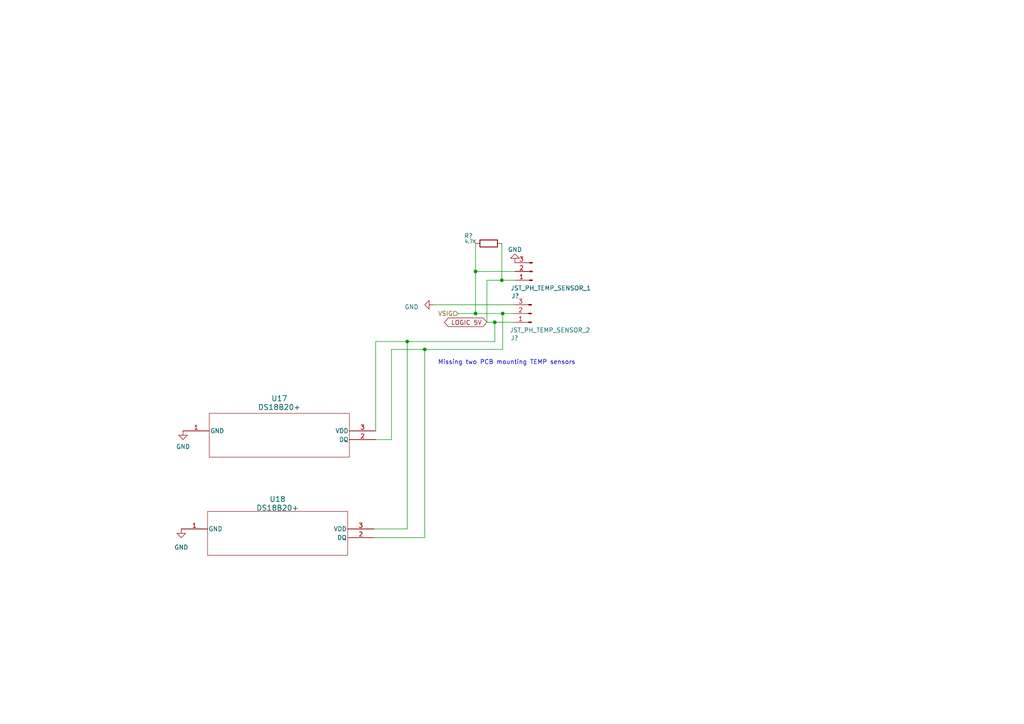
<source format=kicad_sch>
(kicad_sch (version 20230121) (generator eeschema)
  (paper "A4")
  (lib_symbols
    (symbol "Connector:Conn_01x03_Pin" (pin_names (offset 1.016) hide)
      (property "Reference" "J" (at 0 5.08 0))
      (property "Value" "Conn_01x03_Pin" (at 0 -5.08 0))
      (symbol "Conn_01x03_Pin_1_1"
        (polyline (pts (xy 1.27 -2.54) (xy 0.8636 -2.54)) (stroke (width 0.1524)))
        (polyline (pts (xy 1.27 0) (xy 0.8636 0)) (stroke (width 0.1524)))
        (polyline (pts (xy 1.27 2.54) (xy 0.8636 2.54)) (stroke (width 0.1524)))
        (rectangle (start 0.8636 -2.413) (end 0 -2.667) (stroke (width 0.1524)) (fill (type outline)))
        (rectangle (start 0.8636 0.127) (end 0 -0.127) (stroke (width 0.1524)) (fill (type outline)))
        (rectangle (start 0.8636 2.667) (end 0 2.413) (stroke (width 0.1524)) (fill (type outline)))
        (pin passive line (at 5.08 2.54 180) (length 3.81) (name "Pin_1") (number "1"))
        (pin passive line (at 5.08 0 180) (length 3.81) (name "Pin_2") (number "2"))
        (pin passive line (at 5.08 -2.54 180) (length 3.81) (name "Pin_3") (number "3"))
      )
    )
    (symbol "Device:R" (pin_numbers hide) (pin_names (offset 0))
      (property "Reference" "R" (at 2.032 0 90))
      (property "Value" "R" (at 0 0 90))
      (symbol "R_0_1"
        (rectangle (start -1.016 -2.54) (end 1.016 2.54) (stroke (width 0.254)))
      )
      (symbol "R_1_1"
        (pin passive line (at 0 3.81 270) (length 1.27) (name "~") (number "1"))
        (pin passive line (at 0 -3.81 90) (length 1.27) (name "~") (number "2"))
      )
    )
    (symbol "Mechatronics TEMP:DS18B20+" (pin_names (offset 0.254))
      (property "Reference" "U" (at 27.94 10.16 0))
      (property "Value" "DS18B20+" (at 27.94 7.62 0))
      (symbol "DS18B20+_0_1"
        (polyline (pts (xy 7.62 -7.62) (xy 48.26 -7.62)) (stroke (width 0.127)))
        (polyline (pts (xy 7.62 5.08) (xy 7.62 -7.62)) (stroke (width 0.127)))
        (polyline (pts (xy 48.26 -7.62) (xy 48.26 5.08)) (stroke (width 0.127)))
        (polyline (pts (xy 48.26 5.08) (xy 7.62 5.08)) (stroke (width 0.127)))
        (pin power_in line (at 0 0 0) (length 7.62) (name "GND") (number "1"))
        (pin bidirectional line (at 55.88 -2.54 180) (length 7.62) (name "DQ") (number "2"))
        (pin power_in line (at 55.88 0 180) (length 7.62) (name "VDD") (number "3"))
      )
    )
    (symbol "power:GND" (power) (pin_names (offset 0))
      (property "Value" "GND" (at 0 -3.81 0))
      (symbol "GND_0_1"
        (polyline (pts (xy 0 0) (xy 0 -1.27) (xy 1.27 -1.27) (xy 0 -2.54) (xy -1.27 -1.27) (xy 0 -1.27)))
      )
      (symbol "GND_1_1"
        (pin power_in line (at 0 0 270) (length 0) hide (name "GND") (number "1"))
      )
    )
  )
  (junction (at 118.11 99.06))
  (junction (at 137.922 78.74))
  (junction (at 137.922 90.932))
  (junction (at 145.542 81.28))
  (junction (at 143.51 93.472))
  (junction (at 145.796 90.932))
  (junction (at 123.19 101.346))
  (wire (pts (xy 132.842 90.932) (xy 137.922 90.932)))
  (wire (pts (xy 143.51 99.06) (xy 143.51 93.472)))
  (wire (pts (xy 145.796 90.932) (xy 137.922 90.932)))
  (wire (pts (xy 108.966 127.508) (xy 113.538 127.508)))
  (wire (pts (xy 118.11 99.06) (xy 143.51 99.06)))
  (wire (pts (xy 108.458 153.416) (xy 118.11 153.416)))
  (wire (pts (xy 141.224 81.28) (xy 141.224 93.472)))
  (wire (pts (xy 149.098 90.932) (xy 145.796 90.932)))
  (wire (pts (xy 143.51 93.472) (xy 149.098 93.472)))
  (wire (pts (xy 125.73 88.392) (xy 149.098 88.392)))
  (wire (pts (xy 108.966 99.06) (xy 118.11 99.06)))
  (wire (pts (xy 113.538 101.346) (xy 123.19 101.346)))
  (wire (pts (xy 137.922 70.612) (xy 137.922 78.74)))
  (wire (pts (xy 113.538 127.508) (xy 113.538 101.346)))
  (wire (pts (xy 118.11 153.416) (xy 118.11 99.06)))
  (wire (pts (xy 137.922 78.74) (xy 149.352 78.74)))
  (wire (pts (xy 137.922 78.74) (xy 137.922 90.932)))
  (wire (pts (xy 141.224 81.28) (xy 145.542 81.28)))
  (wire (pts (xy 141.224 93.472) (xy 143.51 93.472)))
  (wire (pts (xy 123.19 101.346) (xy 145.796 101.346)))
  (wire (pts (xy 145.542 70.612) (xy 145.542 81.28)))
  (wire (pts (xy 123.19 155.956) (xy 123.19 101.346)))
  (wire (pts (xy 108.966 124.968) (xy 108.966 99.06)))
  (wire (pts (xy 145.542 81.28) (xy 149.352 81.28)))
  (wire (pts (xy 108.458 155.956) (xy 123.19 155.956)))
  (wire (pts (xy 145.796 101.346) (xy 145.796 90.932)))
  (text "Missing two PCB mounting TEMP sensors" (at 127 105.918 0) (effects (font (size 1.27 1.27)) (justify left bottom)))
  (global_label "LOGIC 5V" (shape bidirectional) (at 141.224 93.472 180) (property "Intersheetrefs" "${INTERSHEET_REFS}" (effects hide)))
  (hierarchical_label "VSIG" (shape input) (at 132.842 90.932 180))
  (symbol (lib_id "Device:R") (at 141.732 70.612 270) (unit 1)
    (property "Reference" "R?" (at 135.89 68.4276 90))
    (property "Value" "4.7K" (at 136.4488 70.0532 90) (effects (font (size 1 1))))
    (property "Footprint" "Resistor_SMD:R_0603_1608Metric" (effects hide))
    (instances (project "MCU2" (path "" (reference "R?") (unit 1))) (project "rps01" (path "" (reference "R?") (unit 1)) (path "" (reference "R?") (unit 1)) (path "" (reference "R_PULLUPTEMP1") (unit 1))) (project "M_MUC" (path "" (reference "R?") (unit 1))))
  )
  (symbol (lib_id "Connector:Conn_01x03_Pin") (at 154.178 90.932 180) (unit 1)
    (property "Reference" "J?" (at 148.082 98.044 0) (effects (justify right)))
    (property "Value" "JST_PH_TEMP_SENSOR_2" (at 147.828 95.758 0) (effects (justify right)))
    (property "Footprint" "Connector_JST:JST_PH_B3B-PH-K_1x03_P2.00mm_Vertical" (effects hide))
    (instances (project "rps01" (path "" (reference "J?") (unit 1)) (path "" (reference "J?") (unit 1)) (path "" (reference "J14") (unit 1))))
  )
  (symbol (lib_id "power:GND") (at 53.086 124.968 0) (unit 1)
    (property "Reference" "#PWR070" (effects hide))
    (property "Value" "GND" (at 53.086 129.54 0))
  )
  (symbol (lib_id "power:GND") (at 149.352 76.2 180) (unit 1)
    (property "Reference" "#PWR068" (effects hide))
    (property "Value" "GND" (at 149.352 72.39 0))
  )
  (symbol (lib_id "power:GND") (at 125.73 88.392 270) (unit 1)
    (property "Reference" "#PWR069" (effects hide))
    (property "Value" "GND" (at 121.412 89.027 90) (effects (justify right)))
  )
  (symbol (lib_id "Mechatronics TEMP:DS18B20+") (at 52.578 153.416 0) (unit 1)
    (property "Reference" "U18" (at 80.518 144.78 0) (effects (font (size 1.524 1.524))))
    (property "Value" "DS18B20+" (at 80.518 147.32 0) (effects (font (size 1.524 1.524))))
    (property "Footprint" "Package_TO_SOT_THT:TO-92L_Inline" (effects hide))
    (property "Datasheet" "DS18B20+" (effects hide))
  )
  (symbol (lib_id "power:GND") (at 52.578 153.416 0) (unit 1)
    (property "Reference" "#PWR071" (effects hide))
    (property "Value" "GND" (at 52.578 158.75 0))
  )
  (symbol (lib_id "Mechatronics TEMP:DS18B20+") (at 53.086 124.968 0) (unit 1)
    (property "Reference" "U17" (at 81.026 115.57 0) (effects (font (size 1.524 1.524))))
    (property "Value" "DS18B20+" (at 81.026 118.11 0) (effects (font (size 1.524 1.524))))
    (property "Footprint" "Package_TO_SOT_THT:TO-92L_Inline" (effects hide))
    (property "Datasheet" "DS18B20+" (effects hide))
  )
  (symbol (lib_id "Connector:Conn_01x03_Pin") (at 154.432 78.74 180) (unit 1)
    (property "Reference" "J?" (at 148.336 85.852 0) (effects (justify right)))
    (property "Value" "JST_PH_TEMP_SENSOR_1" (at 148.082 83.566 0) (effects (justify right)))
    (property "Footprint" "Connector_JST:JST_PH_B3B-PH-K_1x03_P2.00mm_Vertical" (effects hide))
    (instances (project "rps01" (path "" (reference "J?") (unit 1)) (path "" (reference "J?") (unit 1)) (path "" (reference "J13") (unit 1))))
  )
)
</source>
